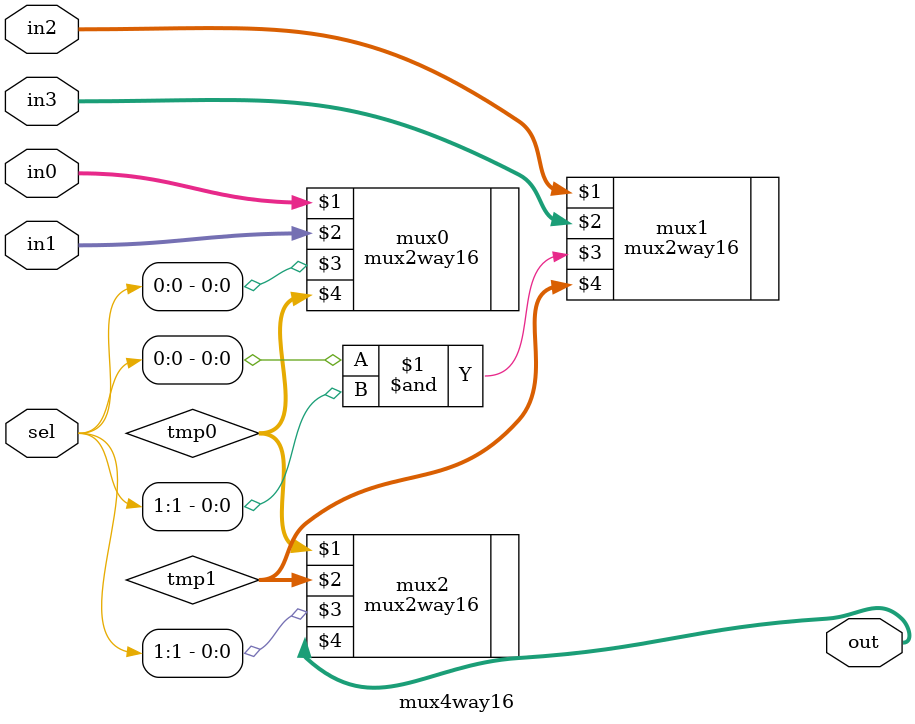
<source format=v>
module mux4way16(
  input [15:0] in0,
  input [15:0] in1,
  input [15:0] in2,
  input [15:0] in3,
  input [1:0] sel,
  output [15:0] out);
  
  wire [15:0] tmp0;
  wire [15:0] tmp1;  
  
  mux2way16 mux0(in0,in1,sel[0],tmp0);
  mux2way16 mux1(in2,in3,sel[0] & sel[1],tmp1);  
  mux2way16 mux2(tmp0,tmp1,sel[1],out);
  
endmodule

</source>
